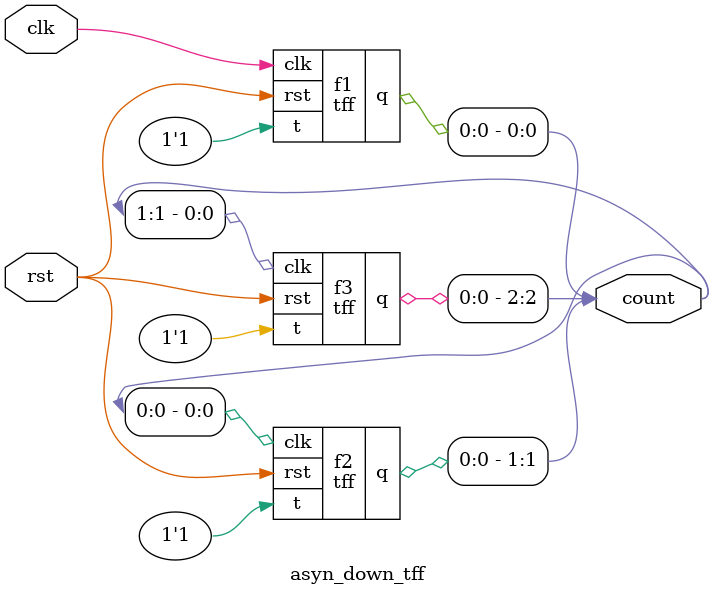
<source format=v>
module tff(
input clk,rst,t,
output reg q
);
always@(posedge clk or posedge rst)
begin
	if(rst)
	begin
		q<=0;
	end
	else
	begin
		q<=~q;
	end
end
endmodule

module asyn_down_tff(
input clk,rst,
output[2:0]count
);
tff f1(.clk(clk),.rst(rst),.t(1'b1),.q(count[0]));
tff f2(.clk(count[0]),.rst(rst),.t(1'b1),.q(count[1]));
tff f3(.clk(count[1]),.rst(rst),.t(1'b1),.q(count[2]));
endmodule



</source>
